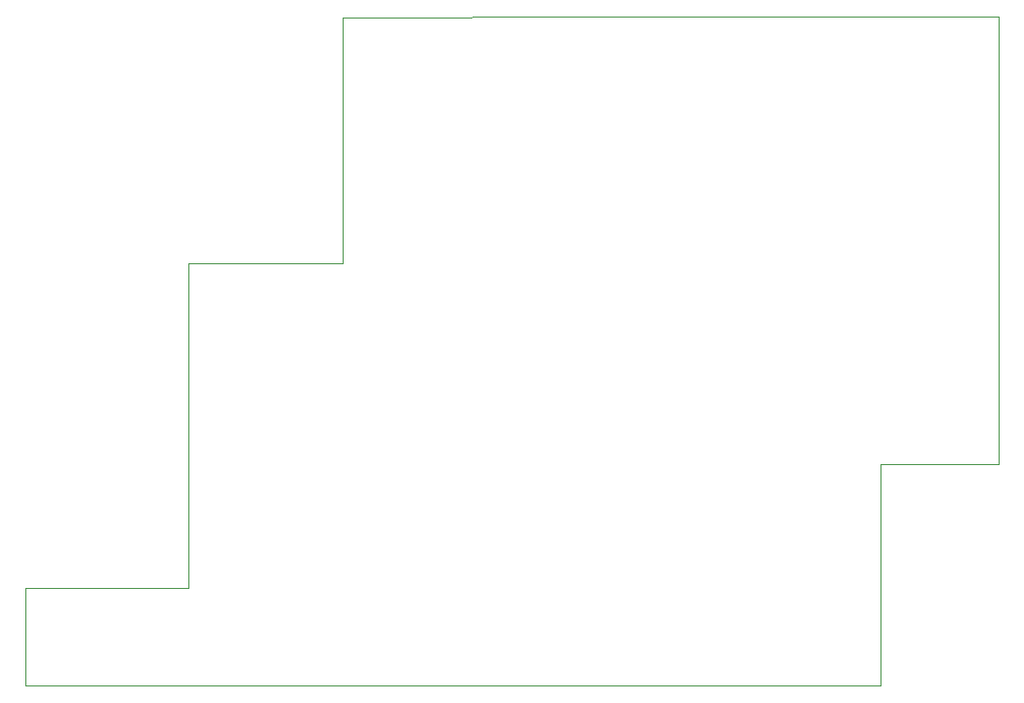
<source format=gbr>
%TF.GenerationSoftware,KiCad,Pcbnew,7.0.11*%
%TF.CreationDate,2024-06-27T03:27:34+01:00*%
%TF.ProjectId,Electron-PS2USB,456c6563-7472-46f6-9e2d-505332555342,rev?*%
%TF.SameCoordinates,Original*%
%TF.FileFunction,Profile,NP*%
%FSLAX46Y46*%
G04 Gerber Fmt 4.6, Leading zero omitted, Abs format (unit mm)*
G04 Created by KiCad (PCBNEW 7.0.11) date 2024-06-27 03:27:34*
%MOMM*%
%LPD*%
G01*
G04 APERTURE LIST*
%TA.AperFunction,Profile*%
%ADD10C,0.100000*%
%TD*%
G04 APERTURE END LIST*
D10*
X131050000Y-96850204D02*
X120750000Y-96850204D01*
X120750000Y-116100204D01*
X46575000Y-116100204D01*
X46569135Y-107650000D01*
X60769135Y-107650000D01*
X60775000Y-79425000D01*
X74144135Y-79425000D01*
X74150000Y-58050000D01*
X96319135Y-58025000D01*
X131050000Y-58025000D01*
X131050000Y-96850204D01*
M02*

</source>
